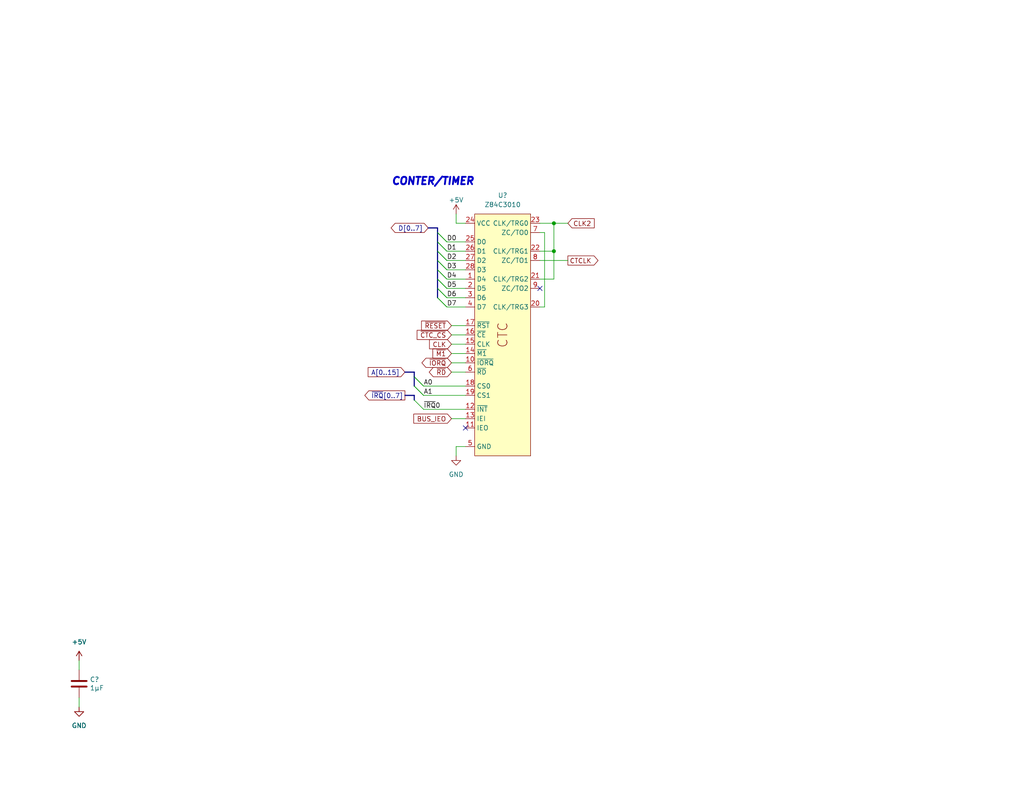
<source format=kicad_sch>
(kicad_sch (version 20230121) (generator eeschema)
  (paper "USLetter")
  (title_block (date "2023-09-17") (rev "6") (company "Frédéric Segard") (comment 1 "@microhobbyist") (comment 4 "Thank you to John Winans for his inspiration, as well as Grant Searle and Sergey Kiselev"))
  (lib_symbols
    (symbol "+5V_1" (power) (pin_names (offset 0))
      (property "Value" "+5V_1" (at 0 3.556 0))
      (symbol "+5V_1_0_1"
        (polyline (pts (xy -0.762 1.27) (xy 0 2.54)))
        (polyline (pts (xy 0 0) (xy 0 2.54)))
        (polyline (pts (xy 0 2.54) (xy 0.762 1.27)))
      )
      (symbol "+5V_1_1_1"
        (pin power_in line (at 0 0 90) (length 0) hide (name "+5V") (number "1"))
      )
    )
    (symbol "0_Library:Z84C30xx CTC"
      (property "Reference" "U" (at -7.62 1.27 0))
      (property "Value" "Z84C30xx CTC" (at 1.27 1.27 0))
      (symbol "Z84C30xx CTC_0_0"
        (text "CTC" (at 0 -33.02 900) (effects (font (size 2.54 2.54))))
      )
      (symbol "Z84C30xx CTC_0_1"
        (rectangle (start -7.62 0) (end 7.62 -66.04) (stroke (width 0.1524)) (fill (type background)))
      )
      (symbol "Z84C30xx CTC_1_1"
        (pin bidirectional line (at -10.16 -17.78 0) (length 2.54) (name "D4") (number "1"))
        (pin input line (at -10.16 -40.64 0) (length 2.54) (name "~{IORQ}") (number "10"))
        (pin output line (at -10.16 -58.42 0) (length 2.54) (name "IEO") (number "11"))
        (pin open_collector line (at -10.16 -53.34 0) (length 2.54) (name "~{INT}") (number "12"))
        (pin input line (at -10.16 -55.88 0) (length 2.54) (name "IEI") (number "13"))
        (pin input line (at -10.16 -38.1 0) (length 2.54) (name "~{M1}") (number "14"))
        (pin input line (at -10.16 -35.56 0) (length 2.54) (name "CLK") (number "15"))
        (pin input line (at -10.16 -33.02 0) (length 2.54) (name "~{CE}") (number "16"))
        (pin input line (at -10.16 -30.48 0) (length 2.54) (name "~{RST}") (number "17"))
        (pin input line (at -10.16 -46.99 0) (length 2.54) (name "CS0") (number "18"))
        (pin input line (at -10.16 -49.53 0) (length 2.54) (name "CS1") (number "19"))
        (pin bidirectional line (at -10.16 -20.32 0) (length 2.54) (name "D5") (number "2"))
        (pin input line (at 10.16 -25.4 180) (length 2.54) (name "CLK/TRG3") (number "20"))
        (pin input line (at 10.16 -17.78 180) (length 2.54) (name "CLK/TRG2") (number "21"))
        (pin input line (at 10.16 -10.16 180) (length 2.54) (name "CLK/TRG1") (number "22"))
        (pin input line (at 10.16 -2.54 180) (length 2.54) (name "CLK/TRG0") (number "23"))
        (pin power_in line (at -10.16 -2.54 0) (length 2.54) (name "VCC") (number "24"))
        (pin bidirectional line (at -10.16 -7.62 0) (length 2.54) (name "D0") (number "25"))
        (pin bidirectional line (at -10.16 -10.16 0) (length 2.54) (name "D1") (number "26"))
        (pin bidirectional line (at -10.16 -12.7 0) (length 2.54) (name "D2") (number "27"))
        (pin bidirectional line (at -10.16 -15.24 0) (length 2.54) (name "D3") (number "28"))
        (pin bidirectional line (at -10.16 -22.86 0) (length 2.54) (name "D6") (number "3"))
        (pin bidirectional line (at -10.16 -25.4 0) (length 2.54) (name "D7") (number "4"))
        (pin power_in line (at -10.16 -63.5 0) (length 2.54) (name "GND") (number "5"))
        (pin input line (at -10.16 -43.18 0) (length 2.54) (name "~{RD}") (number "6"))
        (pin output line (at 10.16 -5.08 180) (length 2.54) (name "ZC/TO0") (number "7"))
        (pin output line (at 10.16 -12.7 180) (length 2.54) (name "ZC/TO1") (number "8"))
        (pin output line (at 10.16 -20.32 180) (length 2.54) (name "ZC/TO2") (number "9"))
      )
    )
    (symbol "Device:C" (pin_numbers hide) (pin_names (offset 0.254))
      (property "Reference" "C" (at 0.635 2.54 0))
      (property "Value" "C" (at 0.635 -2.54 0))
      (symbol "C_0_1"
        (polyline (pts (xy -2.032 -0.762) (xy 2.032 -0.762)) (stroke (width 0.508)))
        (polyline (pts (xy -2.032 0.762) (xy 2.032 0.762)) (stroke (width 0.508)))
      )
      (symbol "C_1_1"
        (pin passive line (at 0 3.81 270) (length 2.794) (name "~") (number "1"))
        (pin passive line (at 0 -3.81 90) (length 2.794) (name "~") (number "2"))
      )
    )
    (symbol "GND_1" (power) (pin_names (offset 0))
      (property "Value" "GND_1" (at 0 -3.81 0))
      (symbol "GND_1_0_1"
        (polyline (pts (xy 0 0) (xy 0 -1.27) (xy 1.27 -1.27) (xy 0 -2.54) (xy -1.27 -1.27) (xy 0 -1.27)))
      )
      (symbol "GND_1_1_1"
        (pin power_in line (at 0 0 270) (length 0) hide (name "GND") (number "1"))
      )
    )
  )
  (junction (at 151.13 60.96))
  (junction (at 151.13 68.58))
  (no_connect (at 147.32 78.74))
  (no_connect (at 127 116.84))
  (bus_entry (at 119.38 78.74) (size 2.54 2.54))
  (bus_entry (at 119.38 66.04) (size 2.54 2.54))
  (bus_entry (at 119.38 78.74) (size 2.54 2.54))
  (bus_entry (at 113.03 105.41) (size 2.54 2.54))
  (bus_entry (at 119.38 73.66) (size 2.54 2.54))
  (bus_entry (at 119.38 63.5) (size 2.54 2.54))
  (bus_entry (at 119.38 73.66) (size 2.54 2.54))
  (bus_entry (at 119.38 66.04) (size 2.54 2.54))
  (bus_entry (at 119.38 76.2) (size 2.54 2.54))
  (bus_entry (at 113.03 102.87) (size 2.54 2.54))
  (bus_entry (at 119.38 63.5) (size 2.54 2.54))
  (bus_entry (at 119.38 68.58) (size 2.54 2.54))
  (bus_entry (at 113.03 109.22) (size 2.54 2.54))
  (bus_entry (at 119.38 71.12) (size 2.54 2.54))
  (bus_entry (at 119.38 81.28) (size 2.54 2.54))
  (bus_entry (at 119.38 76.2) (size 2.54 2.54))
  (bus_entry (at 119.38 71.12) (size 2.54 2.54))
  (bus_entry (at 119.38 68.58) (size 2.54 2.54))
  (bus_entry (at 113.03 105.41) (size 2.54 2.54))
  (bus_entry (at 119.38 81.28) (size 2.54 2.54))
  (bus_entry (at 113.03 102.87) (size 2.54 2.54))
  (bus (pts (xy 119.38 66.04) (xy 119.38 63.5)))
  (wire (pts (xy 123.19 91.44) (xy 127 91.44)))
  (bus (pts (xy 119.38 76.2) (xy 119.38 73.66)))
  (wire (pts (xy 147.32 76.2) (xy 151.13 76.2)))
  (wire (pts (xy 115.57 111.76) (xy 127 111.76)))
  (wire (pts (xy 124.46 121.92) (xy 124.46 124.46)))
  (wire (pts (xy 121.92 66.04) (xy 127 66.04)))
  (wire (pts (xy 115.57 107.95) (xy 127 107.95)))
  (wire (pts (xy 21.59 180.34) (xy 21.59 182.88)))
  (wire (pts (xy 121.92 81.28) (xy 127 81.28)))
  (bus (pts (xy 119.38 68.58) (xy 119.38 66.04)))
  (wire (pts (xy 121.92 68.58) (xy 127 68.58)))
  (wire (pts (xy 115.57 105.41) (xy 127 105.41)))
  (bus (pts (xy 119.38 78.74) (xy 119.38 76.2)))
  (wire (pts (xy 123.19 88.9) (xy 127 88.9)))
  (wire (pts (xy 123.19 101.6) (xy 127 101.6)))
  (wire (pts (xy 121.92 78.74) (xy 127 78.74)))
  (wire (pts (xy 123.19 96.52) (xy 127 96.52)))
  (wire (pts (xy 123.19 93.98) (xy 127 93.98)))
  (wire (pts (xy 151.13 60.96) (xy 154.94 60.96)))
  (wire (pts (xy 123.19 114.3) (xy 127 114.3)))
  (bus (pts (xy 119.38 63.5) (xy 119.38 62.23)))
  (wire (pts (xy 151.13 68.58) (xy 151.13 76.2)))
  (wire (pts (xy 147.32 63.5) (xy 148.59 63.5)))
  (wire (pts (xy 151.13 60.96) (xy 151.13 68.58)))
  (bus (pts (xy 119.38 81.28) (xy 119.38 78.74)))
  (wire (pts (xy 147.32 71.12) (xy 154.94 71.12)))
  (wire (pts (xy 148.59 63.5) (xy 148.59 83.82)))
  (bus (pts (xy 110.49 107.95) (xy 113.03 107.95)))
  (wire (pts (xy 148.59 83.82) (xy 147.32 83.82)))
  (bus (pts (xy 119.38 71.12) (xy 119.38 68.58)))
  (wire (pts (xy 21.59 190.5) (xy 21.59 193.04)))
  (wire (pts (xy 124.46 58.42) (xy 124.46 60.96)))
  (wire (pts (xy 147.32 68.58) (xy 151.13 68.58)))
  (bus (pts (xy 113.03 109.22) (xy 113.03 107.95)))
  (bus (pts (xy 119.38 73.66) (xy 119.38 71.12)))
  (bus (pts (xy 116.84 62.23) (xy 119.38 62.23)))
  (wire (pts (xy 121.92 76.2) (xy 127 76.2)))
  (bus (pts (xy 110.49 101.6) (xy 113.03 101.6)))
  (wire (pts (xy 121.92 83.82) (xy 127 83.82)))
  (bus (pts (xy 113.03 105.41) (xy 113.03 102.87)))
  (wire (pts (xy 127 60.96) (xy 124.46 60.96)))
  (wire (pts (xy 147.32 60.96) (xy 151.13 60.96)))
  (wire (pts (xy 127 121.92) (xy 124.46 121.92)))
  (wire (pts (xy 121.92 73.66) (xy 127 73.66)))
  (bus (pts (xy 113.03 102.87) (xy 113.03 101.6)))
  (wire (pts (xy 123.19 99.06) (xy 127 99.06)))
  (wire (pts (xy 121.92 71.12) (xy 127 71.12)))
  (text "CONTER/TIMER" (at 106.68 50.8 0) (effects (font (size 2 2) (thickness 0.508) bold italic) (justify left bottom)))
  (label "D1" (at 121.92 68.58 0))
  (label "D7" (at 121.92 83.82 0))
  (label "A1" (at 115.57 107.95 0))
  (label "A0" (at 115.57 105.41 0))
  (label "D2" (at 121.92 71.12 0))
  (label "D4" (at 121.92 76.2 0))
  (label "D6" (at 121.92 81.28 0))
  (label "D3" (at 121.92 73.66 0))
  (label "~{IRQ}0" (at 115.57 111.76 0))
  (label "D5" (at 121.92 78.74 0))
  (label "D0" (at 121.92 66.04 0))
  (global_label "D[0..7]" (shape bidirectional) (at 116.84 62.23 180) (property "Intersheetrefs" "${INTERSHEET_REFS}" (effects hide)))
  (global_label "~{RD}" (shape tri_state) (at 123.19 101.6 180) (property "Intersheetrefs" "${INTERSHEET_REFS}" (effects hide)))
  (global_label "CLK2" (shape input) (at 154.94 60.96 0) (property "Intersheetrefs" "${INTERSHEET_REFS}" (effects hide)))
  (global_label "~{IRQ}[0..7]" (shape output) (at 110.49 107.95 180) (property "Intersheetrefs" "${INTERSHEET_REFS}" (effects hide)))
  (global_label "A[0..15]" (shape input) (at 110.49 101.6 180) (property "Intersheetrefs" "${INTERSHEET_REFS}" (effects hide)))
  (global_label "~{RESET}" (shape input) (at 123.19 88.9 180) (property "Intersheetrefs" "${INTERSHEET_REFS}" (effects hide)))
  (global_label "CLK" (shape input) (at 123.19 93.98 180) (property "Intersheetrefs" "${INTERSHEET_REFS}" (effects hide)))
  (global_label "~{CTC_CS}" (shape input) (at 123.19 91.44 180) (property "Intersheetrefs" "${INTERSHEET_REFS}" (effects hide)))
  (global_label "CTCLK" (shape output) (at 154.94 71.12 0) (property "Intersheetrefs" "${INTERSHEET_REFS}" (effects hide)))
  (global_label "~{M1}" (shape input) (at 123.19 96.52 180) (property "Intersheetrefs" "${INTERSHEET_REFS}" (effects hide)))
  (global_label "BUS_IEO" (shape input) (at 123.19 114.3 180) (property "Intersheetrefs" "${INTERSHEET_REFS}" (effects hide)))
  (global_label "~{IORQ}" (shape tri_state) (at 123.19 99.06 180) (property "Intersheetrefs" "${INTERSHEET_REFS}" (effects hide)))
  (symbol (lib_id "Device:C") (at 21.59 186.69 0) (unit 1)
    (property "Reference" "C?" (at 24.511 185.5216 0) (effects (justify left)))
    (property "Value" "1µF" (at 24.511 187.833 0) (effects (justify left)))
    (property "Footprint" "Capacitor_THT:C_Disc_D3.0mm_W1.6mm_P2.50mm" (effects hide))
    (instances (project "1 - Main CPU board with basic peripherals (rev5)" (path "" (reference "C?") (unit 1))) (project "2 - CPU and memory card with the essential peripherals" (path "" (reference "C?") (unit 1))) (project "3 - Quad Serial card v3" (path "" (reference "C?") (unit 1)) (path "" (reference "C?") (unit 1))) (project "2 - CPU and core components (Rev 3)" (path "" (reference "C14") (unit 1))))
  )
  (symbol (lib_name "+5V_1") (lib_id "power:+5V") (at 21.59 180.34 0) (unit 1)
    (property "Reference" "#PWR?" (effects hide))
    (property "Value" "+5V" (at 21.59 175.26 0))
    (instances (project "1 - Main CPU board with basic peripherals (rev5)" (path "" (reference "#PWR?") (unit 1))) (project "2 - CPU and memory card with the essential peripherals" (path "" (reference "#PWR?") (unit 1))) (project "3 - Quad Serial card v3" (path "" (reference "#PWR?") (unit 1)) (path "" (reference "#PWR?") (unit 1))) (project "2 - CPU and core components (Rev 3)" (path "" (reference "#PWR050") (unit 1))))
  )
  (symbol (lib_name "+5V_1") (lib_id "power:+5V") (at 124.46 58.42 0) (unit 1)
    (property "Reference" "#PWR?" (effects hide))
    (property "Value" "+5V" (at 124.46 54.61 0))
    (instances (project "1 - Main CPU board with basic peripherals (rev5)" (path "" (reference "#PWR?") (unit 1))) (project "2 - CPU and memory card with the essential peripherals" (path "" (reference "#PWR?") (unit 1))) (project "3 - Quad Serial card v3" (path "" (reference "#PWR?") (unit 1)) (path "" (reference "#PWR?") (unit 1))) (project "2 - CPU and core components (Rev 3)" (path "" (reference "#PWR037") (unit 1))))
  )
  (symbol (lib_name "GND_1") (lib_id "power:GND") (at 124.46 124.46 0) (unit 1)
    (property "Reference" "#PWR?" (effects hide))
    (property "Value" "GND" (at 124.46 129.54 0))
    (instances (project "1 - Main CPU board with basic peripherals (rev5)" (path "" (reference "#PWR?") (unit 1))) (project "2 - CPU and memory card with the essential peripherals" (path "" (reference "#PWR?") (unit 1))) (project "3 - Quad Serial card v3" (path "" (reference "#PWR?") (unit 1)) (path "" (reference "#PWR?") (unit 1))) (project "2 - CPU and core components (Rev 3)" (path "" (reference "#PWR044") (unit 1))))
  )
  (symbol (lib_name "GND_1") (lib_id "power:GND") (at 21.59 193.04 0) (unit 1)
    (property "Reference" "#PWR?" (effects hide))
    (property "Value" "GND" (at 21.59 198.12 0))
    (instances (project "1 - Main CPU board with basic peripherals (rev5)" (path "" (reference "#PWR?") (unit 1))) (project "2 - CPU and memory card with the essential peripherals" (path "" (reference "#PWR?") (unit 1))) (project "3 - Quad Serial card v3" (path "" (reference "#PWR?") (unit 1)) (path "" (reference "#PWR?") (unit 1))) (project "2 - CPU and core components (Rev 3)" (path "" (reference "#PWR052") (unit 1))))
  )
  (symbol (lib_name "+5V_1") (lib_id "power:+5V") (at 21.59 180.34 0) (unit 1)
    (property "Reference" "#PWR?" (effects hide))
    (property "Value" "+5V" (at 21.59 175.26 0))
    (instances (project "1 - Main CPU board with basic peripherals (rev5)" (path "" (reference "#PWR?") (unit 1))) (project "2 - CPU and memory card with the essential peripherals" (path "" (reference "#PWR?") (unit 1))) (project "3 - Quad Serial card v3" (path "" (reference "#PWR?") (unit 1)) (path "" (reference "#PWR?") (unit 1))) (project "2 - CPU and core components (Rev 3)" (path "" (reference "#PWR051") (unit 1))))
  )
  (symbol (lib_id "0_Library:Z84C30xx CTC") (at 137.16 58.42 0) (unit 1)
    (property "Reference" "U?" (at 137.16 53.34 0))
    (property "Value" "Z84C3010" (at 137.16 55.88 0))
    (property "Footprint" "Package_DIP:DIP-28_W15.24mm_Socket" (effects hide))
    (property "Datasheet" "https://www.mouser.ca/datasheet/2/240/ps0181-2821199.pdf" (effects hide))
    (instances (project "1 - Main CPU board with basic peripherals (rev5)" (path "" (reference "U?") (unit 1))) (project "2 - CPU and core components (Rev 3)" (path "" (reference "U11") (unit 1))))
  )
  (symbol (lib_name "GND_1") (lib_id "power:GND") (at 21.59 193.04 0) (unit 1)
    (property "Reference" "#PWR?" (effects hide))
    (property "Value" "GND" (at 21.59 198.12 0))
    (instances (project "1 - Main CPU board with basic peripherals (rev5)" (path "" (reference "#PWR?") (unit 1))) (project "2 - CPU and memory card with the essential peripherals" (path "" (reference "#PWR?") (unit 1))) (project "3 - Quad Serial card v3" (path "" (reference "#PWR?") (unit 1)) (path "" (reference "#PWR?") (unit 1))) (project "2 - CPU and core components (Rev 3)" (path "" (reference "#PWR053") (unit 1))))
  )
)
</source>
